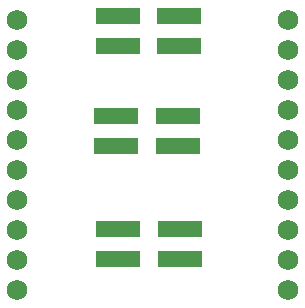
<source format=gts>
G04*
G04 #@! TF.GenerationSoftware,Altium Limited,Altium Designer,21.3.2 (30)*
G04*
G04 Layer_Color=8388736*
%FSLAX25Y25*%
%MOIN*%
G70*
G04*
G04 #@! TF.SameCoordinates,7BD383CF-8327-4B0E-94BA-ADA198AFF3E9*
G04*
G04*
G04 #@! TF.FilePolarity,Negative*
G04*
G01*
G75*
%ADD13R,0.14796X0.05800*%
%ADD14C,0.06800*%
D13*
X586000Y154000D02*
D03*
X606512D02*
D03*
X586000Y164000D02*
D03*
X606512D02*
D03*
X585988Y225000D02*
D03*
X606500D02*
D03*
X585988Y235000D02*
D03*
X606500D02*
D03*
X585500Y191500D02*
D03*
X606012D02*
D03*
X585500Y201500D02*
D03*
X606012D02*
D03*
D14*
X552500Y143500D02*
D03*
Y153500D02*
D03*
Y163500D02*
D03*
Y173500D02*
D03*
Y183500D02*
D03*
Y193500D02*
D03*
Y203500D02*
D03*
Y213500D02*
D03*
Y223500D02*
D03*
Y233500D02*
D03*
X642658D02*
D03*
Y223500D02*
D03*
Y213500D02*
D03*
Y203500D02*
D03*
Y193500D02*
D03*
Y183500D02*
D03*
Y173500D02*
D03*
Y163500D02*
D03*
Y153500D02*
D03*
Y143500D02*
D03*
M02*

</source>
